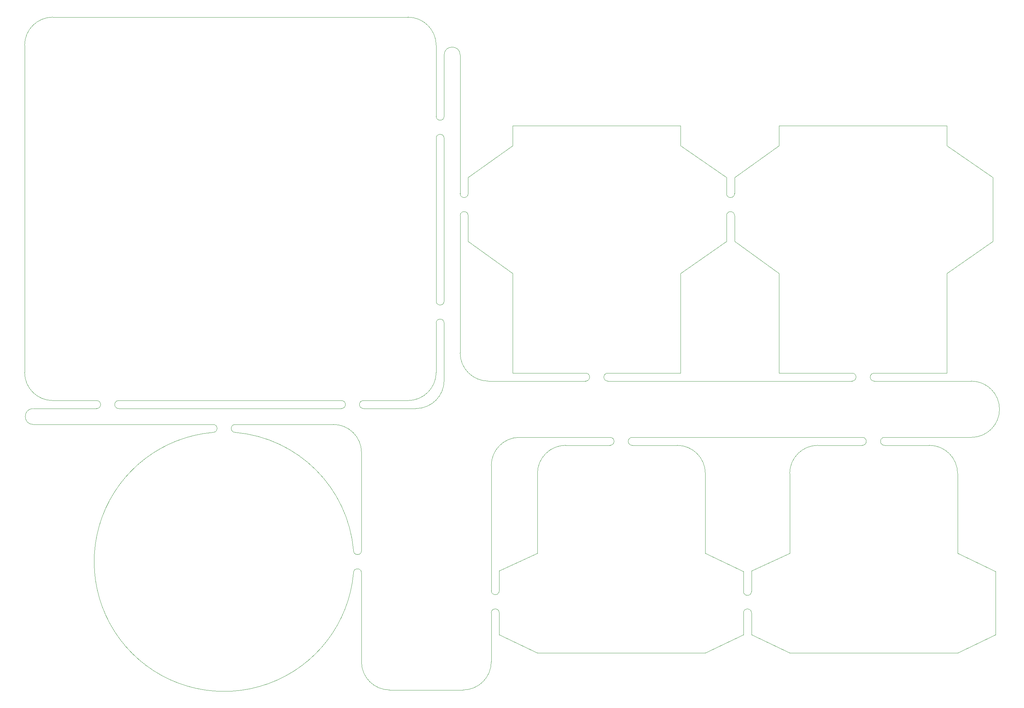
<source format=gbr>
G04 #@! TF.GenerationSoftware,KiCad,Pcbnew,(5.1.5)-3*
G04 #@! TF.CreationDate,2021-05-17T18:43:42+02:00*
G04 #@! TF.ProjectId,MK2EE,4d4b3245-452e-46b6-9963-61645f706362,1*
G04 #@! TF.SameCoordinates,Original*
G04 #@! TF.FileFunction,Profile,NP*
%FSLAX46Y46*%
G04 Gerber Fmt 4.6, Leading zero omitted, Abs format (unit mm)*
G04 Created by KiCad (PCBNEW (5.1.5)-3) date 2021-05-17 18:43:42*
%MOMM*%
%LPD*%
G04 APERTURE LIST*
%ADD10C,0.100000*%
G04 APERTURE END LIST*
D10*
X220592118Y-195000000D02*
X230151000Y-199575000D01*
X272151000Y-174575000D02*
X281701000Y-179175000D01*
X230151000Y-174575000D02*
X220600000Y-179000000D01*
X220600000Y-179000000D02*
X220591000Y-184173000D01*
X272151000Y-174575000D02*
X272151000Y-154627216D01*
X272151000Y-199575000D02*
X230151000Y-199575000D01*
X272151000Y-199575000D02*
X281701000Y-195000000D01*
X230151000Y-174575000D02*
X230151000Y-154622216D01*
X248308000Y-147575000D02*
X237198216Y-147575000D01*
X230151000Y-154622216D02*
G75*
G02X237198216Y-147575000I7047216J0D01*
G01*
X220592118Y-189558673D02*
X220592118Y-195000000D01*
X265103784Y-147580000D02*
G75*
G02X272151000Y-154627216I0J-7047216D01*
G01*
X253868673Y-147582882D02*
X265103784Y-147580000D01*
X281701000Y-179175000D02*
X281701000Y-195000000D01*
X227495000Y-129480000D02*
X227495000Y-104480000D01*
X216345000Y-84505000D02*
X216345000Y-80480000D01*
X269495000Y-129487882D02*
X269495000Y-104480000D01*
X269495000Y-72480000D02*
X269495000Y-67480000D01*
X227495000Y-104480000D02*
X216345000Y-96480000D01*
X227495000Y-67480000D02*
X269495000Y-67480000D01*
X269495000Y-72480000D02*
X280995000Y-80480000D01*
X280995000Y-96480000D02*
X269495000Y-104480000D01*
X245743000Y-129480000D02*
X227495000Y-129480000D01*
X216345000Y-80480000D02*
X227495000Y-72480000D01*
X227495000Y-72480000D02*
X227495000Y-67480000D01*
X251303673Y-129487882D02*
X269495000Y-129487882D01*
X216345216Y-90027000D02*
X216345000Y-96480000D01*
X280995000Y-80480000D02*
X280995000Y-96480000D01*
X214345216Y-90027000D02*
G75*
G02X216345216Y-90027000I1000000J0D01*
G01*
X248308000Y-145575000D02*
G75*
G02X248308000Y-147575000I0J-1000000D01*
G01*
X253868673Y-147582882D02*
G75*
G02X253868673Y-145582882I0J1000000D01*
G01*
X275600000Y-145582882D02*
X253868673Y-145582882D01*
X245743000Y-129480000D02*
G75*
G02X245743000Y-131480000I0J-1000000D01*
G01*
X251303673Y-131487882D02*
G75*
G02X251303673Y-129487882I0J1000000D01*
G01*
X251303673Y-131487882D02*
X275600000Y-131488450D01*
X216345000Y-84505000D02*
G75*
G02X214345000Y-84505000I-1000000J0D01*
G01*
X214345000Y-84505000D02*
X214345000Y-80480000D01*
X214345216Y-90027000D02*
X214345000Y-96480000D01*
X220591000Y-184173000D02*
G75*
G02X218591000Y-184173000I-1000000J0D01*
G01*
X218591000Y-189558673D02*
G75*
G02X220591000Y-189558673I1000000J0D01*
G01*
X218591000Y-179175000D02*
X218591000Y-184173000D01*
X218591000Y-189558673D02*
X218591000Y-195000000D01*
X143696216Y-70655000D02*
X143696000Y-111433000D01*
X143696000Y-131307784D02*
G75*
G02X136643784Y-138360000I-7052216J0D01*
G01*
X143696216Y-116955000D02*
X143696000Y-131307784D01*
X123517000Y-138360000D02*
X136643784Y-138360000D01*
X154746432Y-131479000D02*
G75*
G02X147694216Y-124426784I0J7052216D01*
G01*
X147695216Y-90027000D02*
X147694216Y-124426784D01*
X179093000Y-131480000D02*
X154746432Y-131479000D01*
X184653673Y-131487882D02*
X245743000Y-131480000D01*
X248308000Y-145575000D02*
X190758673Y-145582882D01*
X185198000Y-145575000D02*
X162539334Y-145575000D01*
X155492118Y-152622216D02*
X155490000Y-183998000D01*
X155492118Y-152622216D02*
G75*
G02X162539334Y-145575000I7047216J0D01*
G01*
X147695000Y-84505000D02*
X147696000Y-49800000D01*
X143696000Y-65133000D02*
X143696000Y-49800000D01*
X143696000Y-49800000D02*
G75*
G02X147696000Y-49800000I2000000J0D01*
G01*
X149695216Y-90027000D02*
X149695000Y-96480000D01*
X149695000Y-84505000D02*
G75*
G02X147695000Y-84505000I-1000000J0D01*
G01*
X147695216Y-90027000D02*
G75*
G02X149695216Y-90027000I1000000J0D01*
G01*
X141696000Y-65133000D02*
X141696216Y-47359000D01*
X141696216Y-70655000D02*
G75*
G02X143696216Y-70655000I1000000J0D01*
G01*
X143696000Y-65133000D02*
G75*
G02X141696000Y-65133000I-1000000J0D01*
G01*
X141696216Y-70655000D02*
X141696000Y-111433000D01*
X141696216Y-116955000D02*
G75*
G02X143696216Y-116955000I1000000J0D01*
G01*
X143696000Y-111433000D02*
G75*
G02X141696000Y-111433000I-1000000J0D01*
G01*
X184653673Y-129487882D02*
X202845000Y-129487882D01*
X184653673Y-131487882D02*
G75*
G02X184653673Y-129487882I0J1000000D01*
G01*
X179093000Y-129480000D02*
G75*
G02X179093000Y-131480000I0J-1000000D01*
G01*
X275600000Y-131488450D02*
G75*
G02X275600000Y-145582882I0J-7047216D01*
G01*
X190758673Y-147582882D02*
X201993784Y-147580000D01*
X185198000Y-145575000D02*
G75*
G02X185198000Y-147575000I0J-1000000D01*
G01*
X190758673Y-147582882D02*
G75*
G02X190758673Y-145582882I0J1000000D01*
G01*
X155480000Y-201812784D02*
X155482118Y-189558673D01*
X155480000Y-201812784D02*
G75*
G02X148432784Y-208860000I-7047216J0D01*
G01*
X157482118Y-189558673D02*
X157482118Y-195000000D01*
X130061216Y-208859000D02*
X148432784Y-208860000D01*
X130061216Y-208859000D02*
G75*
G02X123014000Y-201811784I0J7047216D01*
G01*
X155482118Y-189558673D02*
G75*
G02X157482118Y-189558673I1000000J0D01*
G01*
X157490000Y-183998000D02*
G75*
G02X155490000Y-183998000I-1000000J0D01*
G01*
X167041000Y-154622216D02*
G75*
G02X174088216Y-147575000I7047216J0D01*
G01*
X201993784Y-147580000D02*
G75*
G02X209041000Y-154627216I0J-7047216D01*
G01*
X115973000Y-142344000D02*
G75*
G02X123025216Y-149396216I0J-7052216D01*
G01*
X62267000Y-138360000D02*
X117995000Y-138360000D01*
X56745000Y-138360216D02*
X40894000Y-138359000D01*
X40894000Y-142359000D02*
G75*
G02X40894000Y-138359000I0J2000000D01*
G01*
X38722784Y-47359000D02*
G75*
G02X45775000Y-40306784I7052216J0D01*
G01*
X134644000Y-40306784D02*
G75*
G02X141696216Y-47359000I0J-7052216D01*
G01*
X134644000Y-136360216D02*
X123517000Y-136360000D01*
X141696216Y-129308000D02*
G75*
G02X134644000Y-136360216I-7052216J0D01*
G01*
X117995000Y-136360216D02*
G75*
G02X117995000Y-138360216I0J-1000000D01*
G01*
X123517000Y-138360000D02*
G75*
G02X123517000Y-136360000I0J1000000D01*
G01*
X45775000Y-136360216D02*
G75*
G02X38722784Y-129308000I0J7052216D01*
G01*
X62267000Y-136360000D02*
X117995000Y-136360216D01*
X56745000Y-136360216D02*
X45775000Y-136360216D01*
X62267000Y-138360000D02*
G75*
G02X62267000Y-136360000I0J1000000D01*
G01*
X56745000Y-136360216D02*
G75*
G02X56745000Y-138360216I0J-1000000D01*
G01*
X123014000Y-201811784D02*
X123016118Y-179517673D01*
X85879000Y-142344000D02*
X40894000Y-142359000D01*
X123025216Y-149396216D02*
X123025000Y-173957000D01*
X91435000Y-142344000D02*
X115973000Y-142344000D01*
X91435215Y-144341514D02*
G75*
G02X121024000Y-173957000I-2801215J-32387486D01*
G01*
X121016118Y-179517673D02*
G75*
G02X85879000Y-144344000I-32382118J2788673D01*
G01*
X121016118Y-179517673D02*
G75*
G02X123016118Y-179517673I1000000J0D01*
G01*
X123024000Y-173957000D02*
G75*
G02X121024000Y-173957000I-1000000J0D01*
G01*
X85879000Y-142344000D02*
G75*
G02X85879000Y-144344000I0J-1000000D01*
G01*
X91435000Y-144344000D02*
G75*
G02X91435000Y-142344000I0J1000000D01*
G01*
X167041000Y-174575000D02*
X167041000Y-154622216D01*
X209041000Y-174575000D02*
X209041000Y-154627216D01*
X209041000Y-174575000D02*
X218591000Y-179175000D01*
X157482118Y-195000000D02*
X167041000Y-199575000D01*
X157490000Y-179000000D02*
X157490000Y-183998000D01*
X167041000Y-174575000D02*
X157490000Y-179000000D01*
X209041000Y-199575000D02*
X218591000Y-195000000D01*
X185198000Y-147575000D02*
X174088216Y-147575000D01*
X209041000Y-199575000D02*
X167041000Y-199575000D01*
X214345000Y-96480000D02*
X202845000Y-104480000D01*
X202845000Y-72480000D02*
X214345000Y-80480000D01*
X160845000Y-67480000D02*
X202845000Y-67480000D01*
X149695000Y-80480000D02*
X160845000Y-72480000D01*
X160845000Y-104480000D02*
X149695000Y-96480000D01*
X179093000Y-129480000D02*
X160845000Y-129480000D01*
X160845000Y-72480000D02*
X160845000Y-67480000D01*
X202845000Y-72480000D02*
X202845000Y-67480000D01*
X149695000Y-84505000D02*
X149695000Y-80480000D01*
X160845000Y-129480000D02*
X160845000Y-104480000D01*
X202845000Y-129487882D02*
X202845000Y-104480000D01*
X134644000Y-40306784D02*
X45775000Y-40306784D01*
X141696216Y-129308000D02*
X141696216Y-116955000D01*
X38722784Y-47359000D02*
X38722784Y-129308000D01*
M02*

</source>
